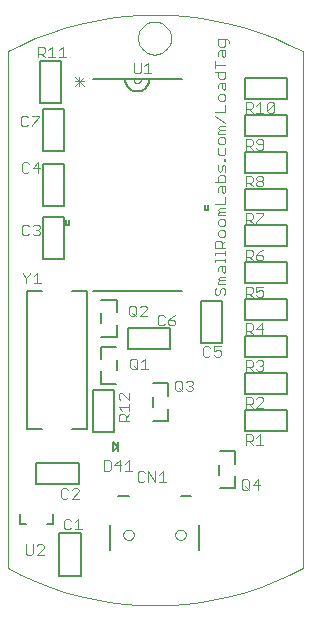
<source format=gto>
G75*
G70*
%OFA0B0*%
%FSLAX24Y24*%
%IPPOS*%
%LPD*%
%AMOC8*
5,1,8,0,0,1.08239X$1,22.5*
%
%ADD10C,0.0010*%
%ADD11C,0.0000*%
%ADD12C,0.0080*%
%ADD13C,0.0040*%
%ADD14C,0.0050*%
%ADD15C,0.0060*%
%ADD16C,0.0030*%
D10*
X001794Y001371D02*
X001794Y018596D01*
X001794Y001371D02*
X002251Y001141D01*
X002720Y000934D01*
X003198Y000750D01*
X003685Y000590D01*
X004179Y000453D01*
X004679Y000341D01*
X005183Y000254D01*
X005692Y000191D01*
X006203Y000154D01*
X006715Y000141D01*
X007227Y000154D01*
X007738Y000191D01*
X008247Y000254D01*
X008751Y000341D01*
X009251Y000453D01*
X009745Y000590D01*
X010232Y000750D01*
X010710Y000934D01*
X011179Y001141D01*
X011636Y001371D01*
X011637Y001371D02*
X011637Y018596D01*
X011636Y018596D02*
X011179Y018826D01*
X010710Y019033D01*
X010232Y019217D01*
X009745Y019377D01*
X009251Y019514D01*
X008751Y019626D01*
X008247Y019713D01*
X007738Y019776D01*
X007227Y019813D01*
X006715Y019826D01*
X006203Y019813D01*
X005692Y019776D01*
X005183Y019713D01*
X004679Y019626D01*
X004179Y019514D01*
X003685Y019377D01*
X003198Y019217D01*
X002720Y019033D01*
X002251Y018826D01*
X001794Y018596D01*
D11*
X005994Y017661D02*
X005996Y017640D01*
X006001Y017620D01*
X006010Y017601D01*
X006022Y017584D01*
X006037Y017569D01*
X006054Y017557D01*
X006073Y017548D01*
X006093Y017543D01*
X006114Y017541D01*
X006135Y017543D01*
X006155Y017548D01*
X006174Y017557D01*
X006191Y017569D01*
X006206Y017584D01*
X006218Y017601D01*
X006227Y017620D01*
X006232Y017640D01*
X006234Y017661D01*
X006143Y019041D02*
X006145Y019088D01*
X006151Y019134D01*
X006161Y019180D01*
X006174Y019225D01*
X006192Y019268D01*
X006213Y019310D01*
X006237Y019350D01*
X006265Y019387D01*
X006296Y019422D01*
X006330Y019455D01*
X006366Y019484D01*
X006405Y019510D01*
X006446Y019533D01*
X006489Y019552D01*
X006533Y019568D01*
X006578Y019580D01*
X006624Y019588D01*
X006671Y019592D01*
X006717Y019592D01*
X006764Y019588D01*
X006810Y019580D01*
X006855Y019568D01*
X006899Y019552D01*
X006942Y019533D01*
X006983Y019510D01*
X007022Y019484D01*
X007058Y019455D01*
X007092Y019422D01*
X007123Y019387D01*
X007151Y019350D01*
X007175Y019310D01*
X007196Y019268D01*
X007214Y019225D01*
X007227Y019180D01*
X007237Y019134D01*
X007243Y019088D01*
X007245Y019041D01*
X007243Y018994D01*
X007237Y018948D01*
X007227Y018902D01*
X007214Y018857D01*
X007196Y018814D01*
X007175Y018772D01*
X007151Y018732D01*
X007123Y018695D01*
X007092Y018660D01*
X007058Y018627D01*
X007022Y018598D01*
X006983Y018572D01*
X006942Y018549D01*
X006899Y018530D01*
X006855Y018514D01*
X006810Y018502D01*
X006764Y018494D01*
X006717Y018490D01*
X006671Y018490D01*
X006624Y018494D01*
X006578Y018502D01*
X006533Y018514D01*
X006489Y018530D01*
X006446Y018549D01*
X006405Y018572D01*
X006366Y018598D01*
X006330Y018627D01*
X006296Y018660D01*
X006265Y018695D01*
X006237Y018732D01*
X006213Y018772D01*
X006192Y018814D01*
X006174Y018857D01*
X006161Y018902D01*
X006151Y018948D01*
X006145Y018994D01*
X006143Y019041D01*
X005651Y002481D02*
X005653Y002507D01*
X005659Y002533D01*
X005669Y002558D01*
X005682Y002581D01*
X005698Y002601D01*
X005718Y002619D01*
X005740Y002634D01*
X005763Y002646D01*
X005789Y002654D01*
X005815Y002658D01*
X005841Y002658D01*
X005867Y002654D01*
X005893Y002646D01*
X005917Y002634D01*
X005938Y002619D01*
X005958Y002601D01*
X005974Y002581D01*
X005987Y002558D01*
X005997Y002533D01*
X006003Y002507D01*
X006005Y002481D01*
X006003Y002455D01*
X005997Y002429D01*
X005987Y002404D01*
X005974Y002381D01*
X005958Y002361D01*
X005938Y002343D01*
X005916Y002328D01*
X005893Y002316D01*
X005867Y002308D01*
X005841Y002304D01*
X005815Y002304D01*
X005789Y002308D01*
X005763Y002316D01*
X005739Y002328D01*
X005718Y002343D01*
X005698Y002361D01*
X005682Y002381D01*
X005669Y002404D01*
X005659Y002429D01*
X005653Y002455D01*
X005651Y002481D01*
X007383Y002481D02*
X007385Y002507D01*
X007391Y002533D01*
X007401Y002558D01*
X007414Y002581D01*
X007430Y002601D01*
X007450Y002619D01*
X007472Y002634D01*
X007495Y002646D01*
X007521Y002654D01*
X007547Y002658D01*
X007573Y002658D01*
X007599Y002654D01*
X007625Y002646D01*
X007649Y002634D01*
X007670Y002619D01*
X007690Y002601D01*
X007706Y002581D01*
X007719Y002558D01*
X007729Y002533D01*
X007735Y002507D01*
X007737Y002481D01*
X007735Y002455D01*
X007729Y002429D01*
X007719Y002404D01*
X007706Y002381D01*
X007690Y002361D01*
X007670Y002343D01*
X007648Y002328D01*
X007625Y002316D01*
X007599Y002308D01*
X007573Y002304D01*
X007547Y002304D01*
X007521Y002308D01*
X007495Y002316D01*
X007471Y002328D01*
X007450Y002343D01*
X007430Y002361D01*
X007414Y002381D01*
X007401Y002404D01*
X007391Y002429D01*
X007385Y002455D01*
X007383Y002481D01*
D12*
X007560Y003780D02*
X007914Y003780D01*
X008190Y002796D02*
X008190Y001969D01*
X005828Y003780D02*
X005474Y003780D01*
X005198Y002796D02*
X005198Y001969D01*
X005714Y017661D02*
X005716Y017622D01*
X005722Y017583D01*
X005731Y017545D01*
X005744Y017508D01*
X005761Y017472D01*
X005781Y017439D01*
X005805Y017407D01*
X005831Y017378D01*
X005860Y017352D01*
X005892Y017328D01*
X005925Y017308D01*
X005961Y017291D01*
X005998Y017278D01*
X006036Y017269D01*
X006075Y017263D01*
X006114Y017261D01*
X006153Y017263D01*
X006192Y017269D01*
X006230Y017278D01*
X006267Y017291D01*
X006303Y017308D01*
X006336Y017328D01*
X006368Y017352D01*
X006397Y017378D01*
X006423Y017407D01*
X006447Y017439D01*
X006467Y017472D01*
X006484Y017508D01*
X006497Y017545D01*
X006506Y017583D01*
X006512Y017622D01*
X006514Y017661D01*
D13*
X006474Y017861D02*
X006474Y018215D01*
X006356Y018097D01*
X006230Y018215D02*
X006230Y017920D01*
X006171Y017861D01*
X006053Y017861D01*
X005994Y017920D01*
X005994Y018215D01*
X006356Y017861D02*
X006592Y017861D01*
X008700Y017906D02*
X009054Y017906D01*
X009054Y017729D01*
X008995Y017670D01*
X008877Y017670D01*
X008818Y017729D01*
X008818Y017906D01*
X008700Y018033D02*
X008700Y018269D01*
X008700Y018151D02*
X009054Y018151D01*
X008995Y018395D02*
X008936Y018454D01*
X008936Y018631D01*
X008877Y018631D02*
X009054Y018631D01*
X009054Y018454D01*
X008995Y018395D01*
X008818Y018572D02*
X008877Y018631D01*
X008818Y018572D02*
X008818Y018454D01*
X008877Y018758D02*
X008995Y018758D01*
X009054Y018817D01*
X009054Y018994D01*
X009113Y018994D02*
X009172Y018935D01*
X009172Y018876D01*
X009113Y018994D02*
X008818Y018994D01*
X008818Y018817D01*
X008877Y018758D01*
X008877Y017544D02*
X008818Y017485D01*
X008818Y017367D01*
X008936Y017367D02*
X008936Y017544D01*
X008877Y017544D02*
X009054Y017544D01*
X009054Y017367D01*
X008995Y017308D01*
X008936Y017367D01*
X008877Y017181D02*
X008818Y017122D01*
X008818Y017004D01*
X008877Y016945D01*
X008995Y016945D01*
X009054Y017004D01*
X009054Y017122D01*
X008995Y017181D01*
X008877Y017181D01*
X009054Y016819D02*
X009054Y016583D01*
X008700Y016583D01*
X008700Y016456D02*
X009054Y016220D01*
X009054Y016094D02*
X008877Y016094D01*
X008818Y016035D01*
X008877Y015976D01*
X009054Y015976D01*
X009054Y015858D02*
X008818Y015858D01*
X008818Y015917D01*
X008877Y015976D01*
X008877Y015731D02*
X008818Y015672D01*
X008818Y015554D01*
X008877Y015495D01*
X008995Y015495D01*
X009054Y015554D01*
X009054Y015672D01*
X008995Y015731D01*
X008877Y015731D01*
X008818Y015369D02*
X008818Y015192D01*
X008877Y015133D01*
X008995Y015133D01*
X009054Y015192D01*
X009054Y015369D01*
X009054Y015011D02*
X009054Y014952D01*
X008995Y014952D01*
X008995Y015011D01*
X009054Y015011D01*
X008995Y014825D02*
X008936Y014766D01*
X008936Y014648D01*
X008877Y014589D01*
X008818Y014648D01*
X008818Y014825D01*
X008995Y014825D02*
X009054Y014766D01*
X009054Y014589D01*
X008995Y014463D02*
X008877Y014463D01*
X008818Y014404D01*
X008818Y014227D01*
X008700Y014227D02*
X009054Y014227D01*
X009054Y014404D01*
X008995Y014463D01*
X008936Y014100D02*
X008936Y013923D01*
X008995Y013864D01*
X009054Y013923D01*
X009054Y014100D01*
X008877Y014100D01*
X008818Y014041D01*
X008818Y013923D01*
X009054Y013738D02*
X009054Y013502D01*
X008700Y013502D01*
X008877Y013375D02*
X008818Y013316D01*
X008877Y013257D01*
X009054Y013257D01*
X009054Y013139D02*
X008818Y013139D01*
X008818Y013198D01*
X008877Y013257D01*
X008877Y013375D02*
X009054Y013375D01*
X008995Y013013D02*
X008877Y013013D01*
X008818Y012954D01*
X008818Y012836D01*
X008877Y012777D01*
X008995Y012777D01*
X009054Y012836D01*
X009054Y012954D01*
X008995Y013013D01*
X008995Y012650D02*
X008877Y012650D01*
X008818Y012591D01*
X008818Y012473D01*
X008877Y012414D01*
X008995Y012414D01*
X009054Y012473D01*
X009054Y012591D01*
X008995Y012650D01*
X009054Y012288D02*
X008936Y012170D01*
X008936Y012229D02*
X008936Y012052D01*
X009054Y012052D02*
X008700Y012052D01*
X008700Y012229D01*
X008759Y012288D01*
X008877Y012288D01*
X008936Y012229D01*
X009054Y011928D02*
X009054Y011810D01*
X009054Y011869D02*
X008700Y011869D01*
X008700Y011810D01*
X008700Y011628D02*
X009054Y011628D01*
X009054Y011569D02*
X009054Y011687D01*
X009054Y011442D02*
X008877Y011442D01*
X008818Y011383D01*
X008818Y011265D01*
X008936Y011265D02*
X008936Y011442D01*
X009054Y011442D02*
X009054Y011265D01*
X008995Y011206D01*
X008936Y011265D01*
X008877Y011080D02*
X008818Y011021D01*
X008877Y010962D01*
X009054Y010962D01*
X009054Y011080D02*
X008877Y011080D01*
X008877Y010962D02*
X008818Y010903D01*
X008818Y010844D01*
X009054Y010844D01*
X008995Y010717D02*
X008936Y010717D01*
X008877Y010658D01*
X008877Y010540D01*
X008818Y010481D01*
X008759Y010481D01*
X008700Y010540D01*
X008700Y010658D01*
X008759Y010717D01*
X008995Y010717D02*
X009054Y010658D01*
X009054Y010540D01*
X008995Y010481D01*
X008700Y011569D02*
X008700Y011628D01*
X009726Y011634D02*
X009726Y011988D01*
X009903Y011988D01*
X009962Y011929D01*
X009962Y011811D01*
X009903Y011752D01*
X009726Y011752D01*
X009844Y011752D02*
X009962Y011634D01*
X010089Y011693D02*
X010089Y011811D01*
X010266Y011811D01*
X010325Y011752D01*
X010325Y011693D01*
X010266Y011634D01*
X010148Y011634D01*
X010089Y011693D01*
X010089Y011811D02*
X010207Y011929D01*
X010325Y011988D01*
X010089Y012864D02*
X010089Y012923D01*
X010325Y013159D01*
X010325Y013218D01*
X010089Y013218D01*
X009962Y013159D02*
X009962Y013041D01*
X009903Y012982D01*
X009726Y012982D01*
X009726Y012864D02*
X009726Y013218D01*
X009903Y013218D01*
X009962Y013159D01*
X009844Y012982D02*
X009962Y012864D01*
X009962Y014095D02*
X009844Y014213D01*
X009903Y014213D02*
X009726Y014213D01*
X009726Y014095D02*
X009726Y014449D01*
X009903Y014449D01*
X009962Y014390D01*
X009962Y014272D01*
X009903Y014213D01*
X010089Y014213D02*
X010089Y014154D01*
X010148Y014095D01*
X010266Y014095D01*
X010325Y014154D01*
X010325Y014213D01*
X010266Y014272D01*
X010148Y014272D01*
X010089Y014331D01*
X010089Y014390D01*
X010148Y014449D01*
X010266Y014449D01*
X010325Y014390D01*
X010325Y014331D01*
X010266Y014272D01*
X010148Y014272D02*
X010089Y014213D01*
X010148Y015325D02*
X010266Y015325D01*
X010325Y015384D01*
X010325Y015620D01*
X010266Y015679D01*
X010148Y015679D01*
X010089Y015620D01*
X010089Y015561D01*
X010148Y015502D01*
X010325Y015502D01*
X010148Y015325D02*
X010089Y015384D01*
X009962Y015325D02*
X009844Y015443D01*
X009903Y015443D02*
X009726Y015443D01*
X009726Y015325D02*
X009726Y015679D01*
X009903Y015679D01*
X009962Y015620D01*
X009962Y015502D01*
X009903Y015443D01*
X009962Y016555D02*
X009844Y016673D01*
X009903Y016673D02*
X009726Y016673D01*
X009726Y016555D02*
X009726Y016909D01*
X009903Y016909D01*
X009962Y016850D01*
X009962Y016732D01*
X009903Y016673D01*
X010089Y016555D02*
X010325Y016555D01*
X010207Y016555D02*
X010207Y016909D01*
X010089Y016791D01*
X010451Y016850D02*
X010451Y016614D01*
X010687Y016850D01*
X010687Y016614D01*
X010628Y016555D01*
X010510Y016555D01*
X010451Y016614D01*
X010451Y016850D02*
X010510Y016909D01*
X010628Y016909D01*
X010687Y016850D01*
X010325Y010758D02*
X010089Y010758D01*
X010089Y010581D01*
X010207Y010640D01*
X010266Y010640D01*
X010325Y010581D01*
X010325Y010463D01*
X010266Y010404D01*
X010148Y010404D01*
X010089Y010463D01*
X009962Y010404D02*
X009844Y010522D01*
X009903Y010522D02*
X009726Y010522D01*
X009726Y010404D02*
X009726Y010758D01*
X009903Y010758D01*
X009962Y010699D01*
X009962Y010581D01*
X009903Y010522D01*
X009903Y009527D02*
X009726Y009527D01*
X009726Y009173D01*
X009726Y009291D02*
X009903Y009291D01*
X009962Y009350D01*
X009962Y009468D01*
X009903Y009527D01*
X009844Y009291D02*
X009962Y009173D01*
X010089Y009350D02*
X010325Y009350D01*
X010266Y009173D02*
X010266Y009527D01*
X010089Y009350D01*
X010148Y008297D02*
X010089Y008238D01*
X010148Y008297D02*
X010266Y008297D01*
X010325Y008238D01*
X010325Y008179D01*
X010266Y008120D01*
X010325Y008061D01*
X010325Y008002D01*
X010266Y007943D01*
X010148Y007943D01*
X010089Y008002D01*
X009962Y007943D02*
X009844Y008061D01*
X009903Y008061D02*
X009726Y008061D01*
X009726Y007943D02*
X009726Y008297D01*
X009903Y008297D01*
X009962Y008238D01*
X009962Y008120D01*
X009903Y008061D01*
X010207Y008120D02*
X010266Y008120D01*
X010266Y007067D02*
X010148Y007067D01*
X010089Y007008D01*
X009962Y007008D02*
X009962Y006890D01*
X009903Y006831D01*
X009726Y006831D01*
X009844Y006831D02*
X009962Y006713D01*
X010089Y006713D02*
X010325Y006949D01*
X010325Y007008D01*
X010266Y007067D01*
X010325Y006713D02*
X010089Y006713D01*
X009962Y007008D02*
X009903Y007067D01*
X009726Y007067D01*
X009726Y006713D01*
X009726Y005836D02*
X009903Y005836D01*
X009962Y005777D01*
X009962Y005659D01*
X009903Y005600D01*
X009726Y005600D01*
X009726Y005482D02*
X009726Y005836D01*
X009844Y005600D02*
X009962Y005482D01*
X010089Y005482D02*
X010325Y005482D01*
X010207Y005482D02*
X010207Y005836D01*
X010089Y005718D01*
X010138Y004334D02*
X009961Y004157D01*
X010197Y004157D01*
X010138Y003980D02*
X010138Y004334D01*
X009834Y004275D02*
X009834Y004039D01*
X009775Y003980D01*
X009657Y003980D01*
X009598Y004039D01*
X009598Y004275D01*
X009657Y004334D01*
X009775Y004334D01*
X009834Y004275D01*
X009716Y004098D02*
X009834Y003980D01*
X007918Y007269D02*
X007800Y007269D01*
X007741Y007328D01*
X007614Y007328D02*
X007614Y007564D01*
X007555Y007623D01*
X007437Y007623D01*
X007378Y007564D01*
X007378Y007328D01*
X007437Y007269D01*
X007555Y007269D01*
X007614Y007328D01*
X007614Y007269D02*
X007496Y007387D01*
X007741Y007564D02*
X007800Y007623D01*
X007918Y007623D01*
X007977Y007564D01*
X007977Y007505D01*
X007918Y007446D01*
X007977Y007387D01*
X007977Y007328D01*
X007918Y007269D01*
X007918Y007446D02*
X007859Y007446D01*
X008373Y008421D02*
X008314Y008480D01*
X008314Y008716D01*
X008373Y008775D01*
X008491Y008775D01*
X008550Y008716D01*
X008676Y008775D02*
X008676Y008598D01*
X008794Y008657D01*
X008853Y008657D01*
X008912Y008598D01*
X008912Y008480D01*
X008853Y008421D01*
X008735Y008421D01*
X008676Y008480D01*
X008550Y008480D02*
X008491Y008421D01*
X008373Y008421D01*
X008676Y008775D02*
X008912Y008775D01*
X007392Y009520D02*
X007392Y009579D01*
X007333Y009638D01*
X007156Y009638D01*
X007156Y009520D01*
X007215Y009461D01*
X007333Y009461D01*
X007392Y009520D01*
X007274Y009756D02*
X007156Y009638D01*
X007274Y009756D02*
X007392Y009815D01*
X007030Y009756D02*
X006971Y009815D01*
X006853Y009815D01*
X006794Y009756D01*
X006794Y009520D01*
X006853Y009461D01*
X006971Y009461D01*
X007030Y009520D01*
X006438Y009772D02*
X006202Y009772D01*
X006438Y010008D01*
X006438Y010067D01*
X006379Y010126D01*
X006261Y010126D01*
X006202Y010067D01*
X006076Y010067D02*
X006076Y009831D01*
X006017Y009772D01*
X005899Y009772D01*
X005840Y009831D01*
X005840Y010067D01*
X005899Y010126D01*
X006017Y010126D01*
X006076Y010067D01*
X005958Y009890D02*
X006076Y009772D01*
X006060Y008360D02*
X005942Y008360D01*
X005883Y008301D01*
X005883Y008065D01*
X005942Y008006D01*
X006060Y008006D01*
X006119Y008065D01*
X006119Y008301D01*
X006060Y008360D01*
X006001Y008124D02*
X006119Y008006D01*
X006246Y008006D02*
X006482Y008006D01*
X006364Y008006D02*
X006364Y008360D01*
X006246Y008242D01*
X005854Y007222D02*
X005854Y006986D01*
X005618Y007222D01*
X005559Y007222D01*
X005500Y007163D01*
X005500Y007045D01*
X005559Y006986D01*
X005500Y006742D02*
X005854Y006742D01*
X005854Y006624D02*
X005854Y006860D01*
X005618Y006624D02*
X005500Y006742D01*
X005559Y006497D02*
X005500Y006438D01*
X005500Y006261D01*
X005854Y006261D01*
X005736Y006261D02*
X005736Y006438D01*
X005677Y006497D01*
X005559Y006497D01*
X005736Y006379D02*
X005854Y006497D01*
X005837Y004975D02*
X005719Y004857D01*
X005592Y004798D02*
X005356Y004798D01*
X005533Y004975D01*
X005533Y004621D01*
X005719Y004621D02*
X005955Y004621D01*
X005837Y004621D02*
X005837Y004975D01*
X006185Y004601D02*
X006126Y004542D01*
X006126Y004306D01*
X006185Y004247D01*
X006303Y004247D01*
X006362Y004306D01*
X006489Y004247D02*
X006489Y004601D01*
X006725Y004247D01*
X006725Y004601D01*
X006851Y004483D02*
X006969Y004601D01*
X006969Y004247D01*
X006851Y004247D02*
X007087Y004247D01*
X006362Y004542D02*
X006303Y004601D01*
X006185Y004601D01*
X005230Y004680D02*
X005230Y004916D01*
X005171Y004975D01*
X004994Y004975D01*
X004994Y004621D01*
X005171Y004621D01*
X005230Y004680D01*
X004173Y003988D02*
X004114Y004047D01*
X003996Y004047D01*
X003937Y003988D01*
X003811Y003988D02*
X003752Y004047D01*
X003634Y004047D01*
X003575Y003988D01*
X003575Y003752D01*
X003634Y003693D01*
X003752Y003693D01*
X003811Y003752D01*
X003937Y003693D02*
X004173Y003929D01*
X004173Y003988D01*
X004173Y003693D02*
X003937Y003693D01*
X003851Y003015D02*
X003733Y003015D01*
X003674Y002956D01*
X003674Y002720D01*
X003733Y002661D01*
X003851Y002661D01*
X003910Y002720D01*
X004036Y002661D02*
X004272Y002661D01*
X004154Y002661D02*
X004154Y003015D01*
X004036Y002897D01*
X003910Y002956D02*
X003851Y003015D01*
X002997Y002112D02*
X002938Y002171D01*
X002820Y002171D01*
X002761Y002112D01*
X002635Y002171D02*
X002635Y001876D01*
X002576Y001817D01*
X002458Y001817D01*
X002399Y001876D01*
X002399Y002171D01*
X002761Y001817D02*
X002997Y002053D01*
X002997Y002112D01*
X002997Y001817D02*
X002761Y001817D01*
X002779Y010867D02*
X002779Y011221D01*
X002661Y011103D01*
X002535Y011162D02*
X002535Y011221D01*
X002535Y011162D02*
X002417Y011044D01*
X002417Y010867D01*
X002417Y011044D02*
X002299Y011162D01*
X002299Y011221D01*
X002661Y010867D02*
X002897Y010867D01*
X002808Y012467D02*
X002690Y012467D01*
X002631Y012526D01*
X002505Y012526D02*
X002446Y012467D01*
X002328Y012467D01*
X002269Y012526D01*
X002269Y012762D01*
X002328Y012821D01*
X002446Y012821D01*
X002505Y012762D01*
X002631Y012762D02*
X002690Y012821D01*
X002808Y012821D01*
X002867Y012762D01*
X002867Y012703D01*
X002808Y012644D01*
X002867Y012585D01*
X002867Y012526D01*
X002808Y012467D01*
X002808Y012644D02*
X002749Y012644D01*
X002808Y014547D02*
X002808Y014901D01*
X002631Y014724D01*
X002867Y014724D01*
X002505Y014606D02*
X002446Y014547D01*
X002328Y014547D01*
X002269Y014606D01*
X002269Y014842D01*
X002328Y014901D01*
X002446Y014901D01*
X002505Y014842D01*
X002596Y016101D02*
X002596Y016160D01*
X002832Y016396D01*
X002832Y016455D01*
X002596Y016455D01*
X002470Y016396D02*
X002411Y016455D01*
X002293Y016455D01*
X002234Y016396D01*
X002234Y016160D01*
X002293Y016101D01*
X002411Y016101D01*
X002470Y016160D01*
X002794Y018401D02*
X002794Y018755D01*
X002971Y018755D01*
X003030Y018696D01*
X003030Y018578D01*
X002971Y018519D01*
X002794Y018519D01*
X002912Y018519D02*
X003030Y018401D01*
X003156Y018401D02*
X003392Y018401D01*
X003274Y018401D02*
X003274Y018755D01*
X003156Y018637D01*
X003519Y018637D02*
X003637Y018755D01*
X003637Y018401D01*
X003519Y018401D02*
X003755Y018401D01*
D14*
X003584Y018281D02*
X002884Y018281D01*
X002884Y016881D01*
X003584Y016881D01*
X003584Y018281D01*
X003668Y016690D02*
X002960Y016690D01*
X002960Y015272D01*
X003668Y015272D01*
X003668Y016690D01*
X003668Y014850D02*
X002960Y014850D01*
X002960Y013432D01*
X003668Y013432D01*
X003668Y014850D01*
X003668Y013090D02*
X002960Y013090D01*
X002960Y011672D01*
X003668Y011672D01*
X003668Y013090D01*
X003934Y010601D02*
X004434Y010601D01*
X004434Y006001D01*
X003934Y006001D01*
X004644Y005921D02*
X004644Y007321D01*
X005344Y007321D01*
X005344Y005921D01*
X004644Y005921D01*
X004163Y004887D02*
X002746Y004887D01*
X002746Y004178D01*
X004163Y004178D01*
X004163Y004887D01*
X005315Y005264D02*
X005473Y005421D01*
X005315Y005579D01*
X005315Y005264D01*
X005473Y005264D02*
X005473Y005421D01*
X005473Y005579D01*
X004228Y002530D02*
X004228Y001112D01*
X003520Y001112D01*
X003520Y002530D01*
X004228Y002530D01*
X002934Y006001D02*
X002434Y006001D01*
X002434Y010601D01*
X002934Y010601D01*
X005805Y009375D02*
X005805Y008667D01*
X007223Y008667D01*
X007223Y009375D01*
X005805Y009375D01*
X008240Y008872D02*
X008240Y010290D01*
X008948Y010290D01*
X008948Y008872D01*
X008240Y008872D01*
X009706Y009103D02*
X009706Y008403D01*
X011106Y008403D01*
X011106Y009103D01*
X009706Y009103D01*
X009706Y009634D02*
X009706Y010334D01*
X011106Y010334D01*
X011106Y009634D01*
X009706Y009634D01*
X009706Y010864D02*
X009706Y011564D01*
X011106Y011564D01*
X011106Y010864D01*
X009706Y010864D01*
X009706Y012094D02*
X009706Y012794D01*
X011106Y012794D01*
X011106Y012094D01*
X009706Y012094D01*
X009706Y013325D02*
X009706Y014025D01*
X011106Y014025D01*
X011106Y013325D01*
X009706Y013325D01*
X009706Y014555D02*
X009706Y015255D01*
X011106Y015255D01*
X011106Y014555D01*
X009706Y014555D01*
X009706Y015785D02*
X009706Y016485D01*
X011106Y016485D01*
X011106Y015785D01*
X009706Y015785D01*
X009706Y017016D02*
X009706Y017716D01*
X011106Y017716D01*
X011106Y017016D01*
X009706Y017016D01*
X009706Y007873D02*
X011106Y007873D01*
X011106Y007173D01*
X009706Y007173D01*
X009706Y007873D01*
X009706Y006643D02*
X011106Y006643D01*
X011106Y005943D01*
X009706Y005943D01*
X009706Y006643D01*
D15*
X009379Y005272D02*
X008862Y005272D01*
X008859Y004824D02*
X008859Y004486D01*
X008862Y004034D02*
X009379Y004034D01*
X009379Y004431D01*
X009379Y004855D02*
X009379Y005272D01*
X007148Y006291D02*
X007148Y006688D01*
X007148Y006291D02*
X006631Y006291D01*
X006628Y006743D02*
X006628Y007081D01*
X006631Y007529D02*
X007148Y007529D01*
X007148Y007112D01*
X005423Y007515D02*
X004906Y007515D01*
X004906Y007932D01*
X004906Y008356D02*
X004906Y008753D01*
X005423Y008753D01*
X005438Y009080D02*
X005438Y009477D01*
X005438Y009080D02*
X004921Y009080D01*
X004918Y009532D02*
X004918Y009870D01*
X004921Y010318D02*
X005438Y010318D01*
X005438Y009901D01*
X004634Y010621D02*
X007594Y010621D01*
X008384Y013321D02*
X008384Y013461D01*
X008484Y013461D02*
X008484Y013321D01*
X008384Y013321D01*
X007594Y017661D02*
X006234Y017661D01*
X005994Y017661D01*
X004634Y017661D01*
X003844Y012961D02*
X003844Y012821D01*
X003744Y012821D01*
X003744Y012961D01*
X005426Y008300D02*
X005426Y007962D01*
X003314Y003161D02*
X003314Y002841D01*
X003094Y002841D01*
X002414Y002841D02*
X002194Y002841D01*
X002194Y003161D01*
D16*
X004029Y017444D02*
X004343Y017758D01*
X004343Y017601D02*
X004029Y017601D01*
X004029Y017758D02*
X004343Y017444D01*
X004186Y017444D02*
X004186Y017758D01*
M02*

</source>
